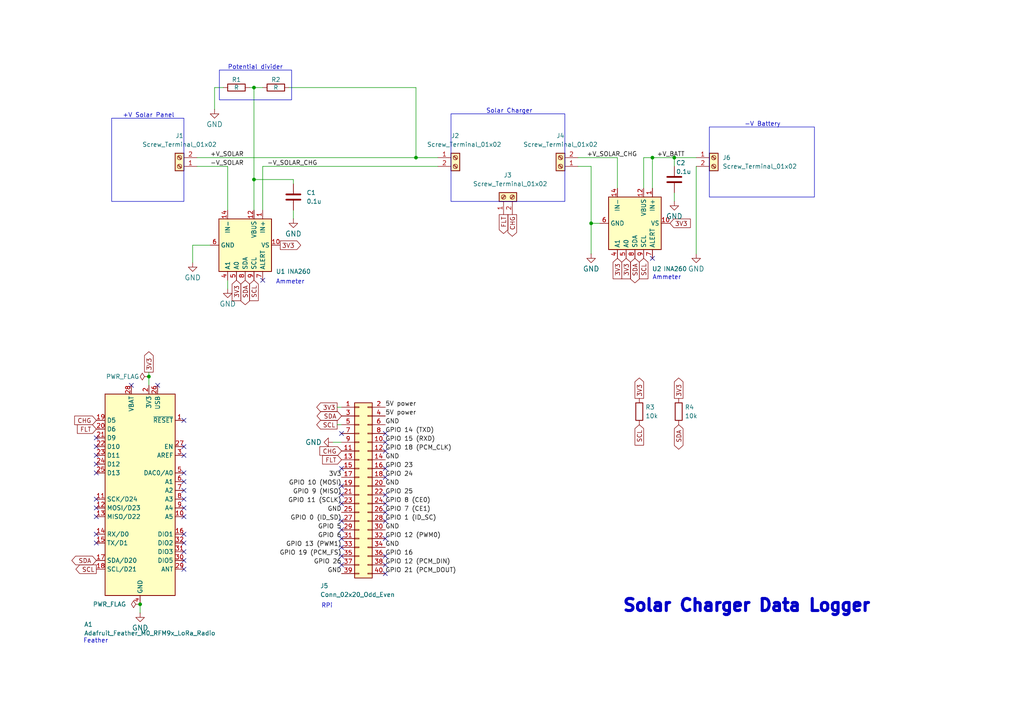
<source format=kicad_sch>
(kicad_sch (version 20231120) (generator "eeschema") (generator_version "8.0")
  (paper "A4")
  (lib_symbols
    (symbol "Connector:Screw_Terminal_01x02" (pin_names (offset 1.016) hide)
      (property "Reference" "J" (at 0 2.54 0))
      (property "Value" "Screw_Terminal_01x02" (at 0 -5.08 0))
      (symbol "Screw_Terminal_01x02_1_1"
        (rectangle (start -1.27 1.27) (end 1.27 -3.81) (stroke (width 0.254)) (fill (type background)))
        (circle (center 0 -2.54) (radius 0.635) (stroke (width 0.1524)))
        (polyline (pts (xy -0.5334 -2.2098) (xy 0.3302 -3.048)) (stroke (width 0.1524)))
        (polyline (pts (xy -0.5334 0.3302) (xy 0.3302 -0.508)) (stroke (width 0.1524)))
        (polyline (pts (xy -0.3556 -2.032) (xy 0.508 -2.8702)) (stroke (width 0.1524)))
        (polyline (pts (xy -0.3556 0.508) (xy 0.508 -0.3302)) (stroke (width 0.1524)))
        (circle (center 0 0) (radius 0.635) (stroke (width 0.1524)))
        (pin passive line (at -5.08 0 0) (length 3.81) (name "Pin_1") (number "1"))
        (pin passive line (at -5.08 -2.54 0) (length 3.81) (name "Pin_2") (number "2"))
      )
    )
    (symbol "Connector_Generic:Conn_02x20_Odd_Even" (pin_names (offset 1.016) hide)
      (property "Reference" "J" (at 1.27 25.4 0))
      (property "Value" "Conn_02x20_Odd_Even" (at 1.27 -27.94 0))
      (symbol "Conn_02x20_Odd_Even_1_1"
        (rectangle (start -1.27 -25.273) (end 0 -25.527) (stroke (width 0.1524)))
        (rectangle (start -1.27 -22.733) (end 0 -22.987) (stroke (width 0.1524)))
        (rectangle (start -1.27 -20.193) (end 0 -20.447) (stroke (width 0.1524)))
        (rectangle (start -1.27 -17.653) (end 0 -17.907) (stroke (width 0.1524)))
        (rectangle (start -1.27 -15.113) (end 0 -15.367) (stroke (width 0.1524)))
        (rectangle (start -1.27 -12.573) (end 0 -12.827) (stroke (width 0.1524)))
        (rectangle (start -1.27 -10.033) (end 0 -10.287) (stroke (width 0.1524)))
        (rectangle (start -1.27 -7.493) (end 0 -7.747) (stroke (width 0.1524)))
        (rectangle (start -1.27 -4.953) (end 0 -5.207) (stroke (width 0.1524)))
        (rectangle (start -1.27 -2.413) (end 0 -2.667) (stroke (width 0.1524)))
        (rectangle (start -1.27 0.127) (end 0 -0.127) (stroke (width 0.1524)))
        (rectangle (start -1.27 2.667) (end 0 2.413) (stroke (width 0.1524)))
        (rectangle (start -1.27 5.207) (end 0 4.953) (stroke (width 0.1524)))
        (rectangle (start -1.27 7.747) (end 0 7.493) (stroke (width 0.1524)))
        (rectangle (start -1.27 10.287) (end 0 10.033) (stroke (width 0.1524)))
        (rectangle (start -1.27 12.827) (end 0 12.573) (stroke (width 0.1524)))
        (rectangle (start -1.27 15.367) (end 0 15.113) (stroke (width 0.1524)))
        (rectangle (start -1.27 17.907) (end 0 17.653) (stroke (width 0.1524)))
        (rectangle (start -1.27 20.447) (end 0 20.193) (stroke (width 0.1524)))
        (rectangle (start -1.27 22.987) (end 0 22.733) (stroke (width 0.1524)))
        (rectangle (start -1.27 24.13) (end 3.81 -26.67) (stroke (width 0.254)) (fill (type background)))
        (rectangle (start 3.81 -25.273) (end 2.54 -25.527) (stroke (width 0.1524)))
        (rectangle (start 3.81 -22.733) (end 2.54 -22.987) (stroke (width 0.1524)))
        (rectangle (start 3.81 -20.193) (end 2.54 -20.447) (stroke (width 0.1524)))
        (rectangle (start 3.81 -17.653) (end 2.54 -17.907) (stroke (width 0.1524)))
        (rectangle (start 3.81 -15.113) (end 2.54 -15.367) (stroke (width 0.1524)))
        (rectangle (start 3.81 -12.573) (end 2.54 -12.827) (stroke (width 0.1524)))
        (rectangle (start 3.81 -10.033) (end 2.54 -10.287) (stroke (width 0.1524)))
        (rectangle (start 3.81 -7.493) (end 2.54 -7.747) (stroke (width 0.1524)))
        (rectangle (start 3.81 -4.953) (end 2.54 -5.207) (stroke (width 0.1524)))
        (rectangle (start 3.81 -2.413) (end 2.54 -2.667) (stroke (width 0.1524)))
        (rectangle (start 3.81 0.127) (end 2.54 -0.127) (stroke (width 0.1524)))
        (rectangle (start 3.81 2.667) (end 2.54 2.413) (stroke (width 0.1524)))
        (rectangle (start 3.81 5.207) (end 2.54 4.953) (stroke (width 0.1524)))
        (rectangle (start 3.81 7.747) (end 2.54 7.493) (stroke (width 0.1524)))
        (rectangle (start 3.81 10.287) (end 2.54 10.033) (stroke (width 0.1524)))
        (rectangle (start 3.81 12.827) (end 2.54 12.573) (stroke (width 0.1524)))
        (rectangle (start 3.81 15.367) (end 2.54 15.113) (stroke (width 0.1524)))
        (rectangle (start 3.81 17.907) (end 2.54 17.653) (stroke (width 0.1524)))
        (rectangle (start 3.81 20.447) (end 2.54 20.193) (stroke (width 0.1524)))
        (rectangle (start 3.81 22.987) (end 2.54 22.733) (stroke (width 0.1524)))
        (pin passive line (at -5.08 22.86 0) (length 3.81) (name "Pin_1") (number "1"))
        (pin passive line (at 7.62 12.7 180) (length 3.81) (name "Pin_10") (number "10"))
        (pin passive line (at -5.08 10.16 0) (length 3.81) (name "Pin_11") (number "11"))
        (pin passive line (at 7.62 10.16 180) (length 3.81) (name "Pin_12") (number "12"))
        (pin passive line (at -5.08 7.62 0) (length 3.81) (name "Pin_13") (number "13"))
        (pin passive line (at 7.62 7.62 180) (length 3.81) (name "Pin_14") (number "14"))
        (pin passive line (at -5.08 5.08 0) (length 3.81) (name "Pin_15") (number "15"))
        (pin passive line (at 7.62 5.08 180) (length 3.81) (name "Pin_16") (number "16"))
        (pin passive line (at -5.08 2.54 0) (length 3.81) (name "Pin_17") (number "17"))
        (pin passive line (at 7.62 2.54 180) (length 3.81) (name "Pin_18") (number "18"))
        (pin passive line (at -5.08 0 0) (length 3.81) (name "Pin_19") (number "19"))
        (pin passive line (at 7.62 22.86 180) (length 3.81) (name "Pin_2") (number "2"))
        (pin passive line (at 7.62 0 180) (length 3.81) (name "Pin_20") (number "20"))
        (pin passive line (at -5.08 -2.54 0) (length 3.81) (name "Pin_21") (number "21"))
        (pin passive line (at 7.62 -2.54 180) (length 3.81) (name "Pin_22") (number "22"))
        (pin passive line (at -5.08 -5.08 0) (length 3.81) (name "Pin_23") (number "23"))
        (pin passive line (at 7.62 -5.08 180) (length 3.81) (name "Pin_24") (number "24"))
        (pin passive line (at -5.08 -7.62 0) (length 3.81) (name "Pin_25") (number "25"))
        (pin passive line (at 7.62 -7.62 180) (length 3.81) (name "Pin_26") (number "26"))
        (pin passive line (at -5.08 -10.16 0) (length 3.81) (name "Pin_27") (number "27"))
        (pin passive line (at 7.62 -10.16 180) (length 3.81) (name "Pin_28") (number "28"))
        (pin passive line (at -5.08 -12.7 0) (length 3.81) (name "Pin_29") (number "29"))
        (pin passive line (at -5.08 20.32 0) (length 3.81) (name "Pin_3") (number "3"))
        (pin passive line (at 7.62 -12.7 180) (length 3.81) (name "Pin_30") (number "30"))
        (pin passive line (at -5.08 -15.24 0) (length 3.81) (name "Pin_31") (number "31"))
        (pin passive line (at 7.62 -15.24 180) (length 3.81) (name "Pin_32") (number "32"))
        (pin passive line (at -5.08 -17.78 0) (length 3.81) (name "Pin_33") (number "33"))
        (pin passive line (at 7.62 -17.78 180) (length 3.81) (name "Pin_34") (number "34"))
        (pin passive line (at -5.08 -20.32 0) (length 3.81) (name "Pin_35") (number "35"))
        (pin passive line (at 7.62 -20.32 180) (length 3.81) (name "Pin_36") (number "36"))
        (pin passive line (at -5.08 -22.86 0) (length 3.81) (name "Pin_37") (number "37"))
        (pin passive line (at 7.62 -22.86 180) (length 3.81) (name "Pin_38") (number "38"))
        (pin passive line (at -5.08 -25.4 0) (length 3.81) (name "Pin_39") (number "39"))
        (pin passive line (at 7.62 20.32 180) (length 3.81) (name "Pin_4") (number "4"))
        (pin passive line (at 7.62 -25.4 180) (length 3.81) (name "Pin_40") (number "40"))
        (pin passive line (at -5.08 17.78 0) (length 3.81) (name "Pin_5") (number "5"))
        (pin passive line (at 7.62 17.78 180) (length 3.81) (name "Pin_6") (number "6"))
        (pin passive line (at -5.08 15.24 0) (length 3.81) (name "Pin_7") (number "7"))
        (pin passive line (at 7.62 15.24 180) (length 3.81) (name "Pin_8") (number "8"))
        (pin passive line (at -5.08 12.7 0) (length 3.81) (name "Pin_9") (number "9"))
      )
    )
    (symbol "Device:C" (pin_numbers hide) (pin_names (offset 0.254))
      (property "Reference" "C" (at 0.635 2.54 0))
      (property "Value" "C" (at 0.635 -2.54 0))
      (symbol "C_0_1"
        (polyline (pts (xy -2.032 -0.762) (xy 2.032 -0.762)) (stroke (width 0.508)))
        (polyline (pts (xy -2.032 0.762) (xy 2.032 0.762)) (stroke (width 0.508)))
      )
      (symbol "C_1_1"
        (pin passive line (at 0 3.81 270) (length 2.794) (name "~") (number "1"))
        (pin passive line (at 0 -3.81 90) (length 2.794) (name "~") (number "2"))
      )
    )
    (symbol "Device:R" (pin_numbers hide) (pin_names (offset 0))
      (property "Reference" "R" (at 2.032 0 90))
      (property "Value" "R" (at 0 0 90))
      (symbol "R_0_1"
        (rectangle (start -1.016 -2.54) (end 1.016 2.54) (stroke (width 0.254)))
      )
      (symbol "R_1_1"
        (pin passive line (at 0 3.81 270) (length 1.27) (name "~") (number "1"))
        (pin passive line (at 0 -3.81 90) (length 1.27) (name "~") (number "2"))
      )
    )
    (symbol "MCU_Module:Adafruit_Feather_M0_RFM9x_LoRa_Radio"
      (property "Reference" "A" (at -10.16 29.21 0))
      (property "Value" "Adafruit_Feather_M0_RFM9x_LoRa_Radio" (at 2.54 -31.75 0))
      (symbol "Adafruit_Feather_M0_RFM9x_LoRa_Radio_0_1"
        (rectangle (start -10.16 27.94) (end 10.16 -30.48) (stroke (width 0.254)) (fill (type background)))
      )
      (symbol "Adafruit_Feather_M0_RFM9x_LoRa_Radio_1_1"
        (pin input line (at 12.7 20.32 180) (length 2.54) (name "~{RESET}") (number "1"))
        (pin bidirectional line (at 12.7 -7.62 180) (length 2.54) (name "A5") (number "10"))
        (pin bidirectional line (at -12.7 -2.54 0) (length 2.54) (name "SCK/D24") (number "11"))
        (pin bidirectional line (at -12.7 -5.08 0) (length 2.54) (name "MOSI/D23") (number "12"))
        (pin bidirectional line (at -12.7 -7.62 0) (length 2.54) (name "MISO/D22") (number "13"))
        (pin bidirectional line (at -12.7 -12.7 0) (length 2.54) (name "RX/D0") (number "14"))
        (pin bidirectional line (at -12.7 -15.24 0) (length 2.54) (name "TX/D1") (number "15"))
        (pin bidirectional line (at 12.7 -12.7 180) (length 2.54) (name "DIO1") (number "16"))
        (pin bidirectional line (at -12.7 -20.32 0) (length 2.54) (name "SDA/D20") (number "17"))
        (pin bidirectional line (at -12.7 -22.86 0) (length 2.54) (name "SCL/D21") (number "18"))
        (pin bidirectional line (at -12.7 20.32 0) (length 2.54) (name "D5") (number "19"))
        (pin power_in line (at 2.54 30.48 270) (length 2.54) (name "3V3") (number "2"))
        (pin bidirectional line (at -12.7 17.78 0) (length 2.54) (name "D6") (number "20"))
        (pin bidirectional line (at -12.7 15.24 0) (length 2.54) (name "D9") (number "21"))
        (pin bidirectional line (at -12.7 12.7 0) (length 2.54) (name "D10") (number "22"))
        (pin bidirectional line (at -12.7 10.16 0) (length 2.54) (name "D11") (number "23"))
        (pin bidirectional line (at -12.7 7.62 0) (length 2.54) (name "D12") (number "24"))
        (pin bidirectional line (at -12.7 5.08 0) (length 2.54) (name "D13") (number "25"))
        (pin power_in line (at 5.08 30.48 270) (length 2.54) (name "USB") (number "26"))
        (pin input line (at 12.7 12.7 180) (length 2.54) (name "EN") (number "27"))
        (pin power_in line (at -2.54 30.48 270) (length 2.54) (name "VBAT") (number "28"))
        (pin bidirectional line (at 12.7 -22.86 180) (length 2.54) (name "ANT") (number "29"))
        (pin input line (at 12.7 10.16 180) (length 2.54) (name "AREF") (number "3"))
        (pin bidirectional line (at 12.7 -20.32 180) (length 2.54) (name "DIO5") (number "30"))
        (pin bidirectional line (at 12.7 -17.78 180) (length 2.54) (name "DIO3") (number "31"))
        (pin bidirectional line (at 12.7 -15.24 180) (length 2.54) (name "DIO2") (number "32"))
        (pin power_in line (at 0 -33.02 90) (length 2.54) (name "GND") (number "4"))
        (pin bidirectional line (at 12.7 5.08 180) (length 2.54) (name "DAC0/A0") (number "5"))
        (pin bidirectional line (at 12.7 2.54 180) (length 2.54) (name "A1") (number "6"))
        (pin bidirectional line (at 12.7 0 180) (length 2.54) (name "A2") (number "7"))
        (pin bidirectional line (at 12.7 -2.54 180) (length 2.54) (name "A3") (number "8"))
        (pin bidirectional line (at 12.7 -5.08 180) (length 2.54) (name "A4") (number "9"))
      )
    )
    (symbol "Sensor:INA260"
      (property "Reference" "U" (at -6.35 8.89 0))
      (property "Value" "INA260" (at 2.54 8.89 0))
      (symbol "INA260_0_1"
        (rectangle (start -7.62 7.62) (end 7.62 -7.62) (stroke (width 0.254)) (fill (type background)))
      )
      (symbol "INA260_1_1"
        (pin passive line (at -10.16 5.08 0) (length 2.54) (name "IN+") (number "1"))
        (pin power_in line (at 0 10.16 270) (length 2.54) (name "VS") (number "10"))
        (pin passive line (at 0 -10.16 90) (length 2.54) hide (name "GND") (number "11"))
        (pin passive line (at -10.16 2.54 0) (length 2.54) (name "VBUS") (number "12"))
        (pin no_connect line (at 2.54 -7.62 90) (length 2.54) hide (name "NC") (number "13"))
        (pin passive line (at -10.16 -5.08 0) (length 2.54) (name "IN-") (number "14"))
        (pin passive line (at -10.16 -5.08 0) (length 2.54) hide (name "IN-") (number "15"))
        (pin passive line (at -10.16 -5.08 0) (length 2.54) hide (name "IN-") (number "16"))
        (pin passive line (at -10.16 5.08 0) (length 2.54) hide (name "IN+") (number "2"))
        (pin passive line (at -10.16 5.08 0) (length 2.54) hide (name "IN+") (number "3"))
        (pin input line (at 10.16 -5.08 180) (length 2.54) (name "A1") (number "4"))
        (pin input line (at 10.16 -2.54 180) (length 2.54) (name "A0") (number "5"))
        (pin power_in line (at 0 -10.16 90) (length 2.54) (name "GND") (number "6"))
        (pin open_collector line (at 10.16 5.08 180) (length 2.54) (name "ALERT") (number "7"))
        (pin bidirectional line (at 10.16 0 180) (length 2.54) (name "SDA") (number "8"))
        (pin input line (at 10.16 2.54 180) (length 2.54) (name "SCL") (number "9"))
      )
    )
    (symbol "power:GND" (power) (pin_numbers hide) (pin_names (offset 0) hide)
      (property "Value" "GND" (at 0 -3.81 0))
      (symbol "GND_0_1"
        (polyline (pts (xy 0 0) (xy 0 -1.27) (xy 1.27 -1.27) (xy 0 -2.54) (xy -1.27 -1.27) (xy 0 -1.27)))
      )
      (symbol "GND_1_1"
        (pin power_in line (at 0 0 270) (length 0) (name "~") (number "1"))
      )
    )
    (symbol "power:PWR_FLAG" (power) (pin_numbers hide) (pin_names (offset 0) hide)
      (property "Value" "PWR_FLAG" (at 0 3.81 0))
      (symbol "PWR_FLAG_0_0"
        (pin power_out line (at 0 0 90) (length 0) (name "~") (number "1"))
      )
      (symbol "PWR_FLAG_0_1"
        (polyline (pts (xy 0 0) (xy 0 1.27) (xy -1.016 1.905) (xy 0 2.54) (xy 1.016 1.905) (xy 0 1.27)))
      )
    )
  )
  (junction (at 189.23 45.72))
  (junction (at 171.45 64.77))
  (junction (at 73.66 52.07))
  (junction (at 43.18 109.22))
  (junction (at 120.65 45.72))
  (junction (at 195.58 45.72))
  (junction (at 73.66 25.4))
  (junction (at 40.64 175.26))
  (no_connect (at 99.06 143.51))
  (no_connect (at 53.34 149.86))
  (no_connect (at 27.94 157.48))
  (no_connect (at 53.34 154.94))
  (no_connect (at 76.2 81.28))
  (no_connect (at 111.76 148.59))
  (no_connect (at 53.34 157.48))
  (no_connect (at 111.76 128.27))
  (no_connect (at 53.34 144.78))
  (no_connect (at 111.76 151.13))
  (no_connect (at 27.94 137.16))
  (no_connect (at 189.23 74.93))
  (no_connect (at 111.76 125.73))
  (no_connect (at 111.76 138.43))
  (no_connect (at 111.76 135.89))
  (no_connect (at 99.06 140.97))
  (no_connect (at 27.94 154.94))
  (no_connect (at 99.06 163.83))
  (no_connect (at 27.94 127))
  (no_connect (at 45.72 111.76))
  (no_connect (at 27.94 129.54))
  (no_connect (at 53.34 162.56))
  (no_connect (at 111.76 146.05))
  (no_connect (at 53.34 142.24))
  (no_connect (at 53.34 137.16))
  (no_connect (at 99.06 146.05))
  (no_connect (at 27.94 149.86))
  (no_connect (at 99.06 153.67))
  (no_connect (at 99.06 156.21))
  (no_connect (at 53.34 121.92))
  (no_connect (at 99.06 125.73))
  (no_connect (at 111.76 166.37))
  (no_connect (at 99.06 161.29))
  (no_connect (at 99.06 135.89))
  (no_connect (at 111.76 163.83))
  (no_connect (at 27.94 144.78))
  (no_connect (at 111.76 156.21))
  (no_connect (at 53.34 129.54))
  (no_connect (at 53.34 147.32))
  (no_connect (at 53.34 160.02))
  (no_connect (at 38.1 111.76))
  (no_connect (at 111.76 130.81))
  (no_connect (at 27.94 147.32))
  (no_connect (at 99.06 158.75))
  (no_connect (at 53.34 139.7))
  (no_connect (at 27.94 134.62))
  (no_connect (at 111.76 143.51))
  (no_connect (at 53.34 132.08))
  (no_connect (at 53.34 165.1))
  (no_connect (at 27.94 132.08))
  (no_connect (at 99.06 151.13))
  (no_connect (at 111.76 161.29))
  (wire (pts (xy 167.64 48.26) (xy 171.45 48.26)))
  (wire (pts (xy 57.15 48.26) (xy 66.04 48.26)))
  (wire (pts (xy 57.15 45.72) (xy 120.65 45.72)))
  (wire (pts (xy 186.69 45.72) (xy 186.69 54.61)))
  (wire (pts (xy 96.52 128.27) (xy 99.06 128.27)))
  (wire (pts (xy 73.66 25.4) (xy 76.2 25.4)))
  (wire (pts (xy 43.18 109.22) (xy 43.18 111.76)))
  (wire (pts (xy 73.66 25.4) (xy 73.66 52.07)))
  (wire (pts (xy 76.2 48.26) (xy 127 48.26)))
  (wire (pts (xy 43.18 107.95) (xy 43.18 109.22)))
  (wire (pts (xy 195.58 55.88) (xy 195.58 58.42)))
  (wire (pts (xy 62.23 25.4) (xy 64.77 25.4)))
  (wire (pts (xy 76.2 48.26) (xy 76.2 60.96)))
  (wire (pts (xy 189.23 45.72) (xy 195.58 45.72)))
  (wire (pts (xy 83.82 25.4) (xy 120.65 25.4)))
  (wire (pts (xy 201.93 48.26) (xy 201.93 73.66)))
  (wire (pts (xy 120.65 25.4) (xy 120.65 45.72)))
  (wire (pts (xy 171.45 64.77) (xy 173.99 64.77)))
  (wire (pts (xy 85.09 52.07) (xy 73.66 52.07)))
  (wire (pts (xy 171.45 64.77) (xy 171.45 73.66)))
  (wire (pts (xy 73.66 52.07) (xy 73.66 60.96)))
  (wire (pts (xy 186.69 45.72) (xy 189.23 45.72)))
  (wire (pts (xy 97.79 123.19) (xy 99.06 123.19)))
  (wire (pts (xy 179.07 45.72) (xy 179.07 54.61)))
  (wire (pts (xy 189.23 45.72) (xy 189.23 54.61)))
  (wire (pts (xy 40.64 175.26) (xy 40.64 177.8)))
  (wire (pts (xy 167.64 45.72) (xy 179.07 45.72)))
  (wire (pts (xy 195.58 45.72) (xy 195.58 48.26)))
  (wire (pts (xy 120.65 45.72) (xy 127 45.72)))
  (wire (pts (xy 72.39 25.4) (xy 73.66 25.4)))
  (wire (pts (xy 85.09 53.34) (xy 85.09 52.07)))
  (wire (pts (xy 55.88 71.12) (xy 55.88 76.2)))
  (wire (pts (xy 85.09 60.96) (xy 85.09 63.5)))
  (wire (pts (xy 195.58 45.72) (xy 201.93 45.72)))
  (wire (pts (xy 66.04 81.28) (xy 66.04 83.82)))
  (wire (pts (xy 97.79 118.11) (xy 99.06 118.11)))
  (wire (pts (xy 60.96 71.12) (xy 55.88 71.12)))
  (wire (pts (xy 62.23 25.4) (xy 62.23 31.75)))
  (wire (pts (xy 66.04 48.26) (xy 66.04 60.96)))
  (wire (pts (xy 171.45 48.26) (xy 171.45 64.77)))
  (rectangle (start 63.627 20.32) (end 84.582 28.956))
  (rectangle (start 205.74 36.83) (end 236.22 57.15))
  (rectangle (start 32.385 34.29) (end 53.34 58.42))
  (rectangle (start 130.81 33.02) (end 163.83 58.42))
  (text "Ammeter" (at 189.23 81.28 0) (effects (font (size 1.27 1.27)) (justify left bottom)))
  (text "Potential divider\n" (at 66.04 20.32 0) (effects (font (size 1.27 1.27)) (justify left bottom)))
  (text "-V Battery" (at 215.9 36.83 0) (effects (font (size 1.27 1.27)) (justify left bottom)))
  (text "Feather\n" (at 24.13 186.69 0) (effects (font (size 1.27 1.27)) (justify left bottom)))
  (text "RPi\n" (at 96.52 176.53 0) (effects (font (size 1.27 1.27)) (justify right bottom)))
  (text "Ammeter\n" (at 80.01 82.55 0) (effects (font (size 1.27 1.27)) (justify left bottom)))
  (text "Solar Charger Data Logger" (at 180.34 177.8 0) (effects (font (size 3.5 3.5) (thickness 1) (bold yes)) (justify left bottom)))
  (text "Solar Charger" (at 140.97 33.02 0) (effects (font (size 1.27 1.27)) (justify left bottom)))
  (text "+V Solar Panel" (at 35.56 34.29 0) (effects (font (size 1.27 1.27)) (justify left bottom)))
  (label "GND" (at 99.06 148.59 180))
  (label "GND" (at 111.76 133.35 0))
  (label "+V_SOLAR_CHG" (at 170.18 45.72 0))
  (label "5V power" (at 111.76 118.11 0))
  (label "GPIO 24" (at 111.76 138.43 0))
  (label "GPIO 12 (PWM0)" (at 111.76 156.21 0))
  (label "GPIO 13 (PWM1)" (at 99.06 158.75 180))
  (label "GPIO 15 (RXD)" (at 111.76 128.27 0))
  (label "GPIO 26" (at 99.06 163.83 180))
  (label "GND" (at 111.76 140.97 0))
  (label "GPIO 5" (at 99.06 153.67 180))
  (label "+V_BATT" (at 190.5 45.72 0))
  (label "-V_SOLAR_CHG" (at 77.47 48.26 0))
  (label "-V_SOLAR" (at 60.96 48.26 0))
  (label "GPIO 9 (MISO)" (at 99.06 143.51 180))
  (label "GPIO 10 (MOSI)" (at 99.06 140.97 180))
  (label "GPIO 14 (TXD)" (at 111.76 125.73 0))
  (label "GPIO 7 (CE1)" (at 111.76 148.59 0))
  (label "GPIO 23" (at 111.76 135.89 0))
  (label "5V power" (at 111.76 120.65 0))
  (label "GND" (at 99.06 166.37 180))
  (label "GPIO 1 (ID_SC)" (at 111.76 151.13 0))
  (label "GPIO 12 (PCM_DIN)" (at 111.76 163.83 0))
  (label "GND" (at 111.76 153.67 0))
  (label "3V3" (at 99.06 138.43 180))
  (label "GPIO 21 (PCM_DOUT)" (at 111.76 166.37 0))
  (label "GPIO 19 (PCM_FS)" (at 99.06 161.29 180))
  (label "GPIO 8 (CE0)" (at 111.76 146.05 0))
  (label "GND" (at 111.76 158.75 0))
  (label "GPIO 11 (SCLK)" (at 99.06 146.05 180))
  (label "GPIO 25" (at 111.76 143.51 0))
  (label "GPIO 0 (ID_SD)" (at 99.06 151.13 180))
  (label "GND" (at 111.76 123.19 0))
  (label "GPIO 6" (at 99.06 156.21 180))
  (label "+V_SOLAR" (at 60.96 45.72 0))
  (label "GPIO 16" (at 111.76 161.29 0))
  (label "GPIO 18 (PCM_CLK)" (at 111.76 130.81 0))
  (global_label "SDA" (shape bidirectional) (at 196.85 123.19 270) (property "Intersheetrefs" "${INTERSHEET_REFS}" (effects (hide yes))))
  (global_label "FLT" (shape input) (at 99.06 133.35 180) (property "Intersheetrefs" "${INTERSHEET_REFS}" (effects (hide yes))))
  (global_label "SCL" (shape output) (at 27.94 165.1 180) (property "Intersheetrefs" "${INTERSHEET_REFS}" (effects (hide yes))))
  (global_label "3V3" (shape output) (at 97.79 118.11 180) (property "Intersheetrefs" "${INTERSHEET_REFS}" (effects (hide yes))))
  (global_label "3V3" (shape input) (at 194.31 64.77 0) (property "Intersheetrefs" "${INTERSHEET_REFS}" (effects (hide yes))))
  (global_label "CHG" (shape output) (at 148.59 62.23 270) (property "Intersheetrefs" "${INTERSHEET_REFS}" (effects (hide yes))))
  (global_label "SCL" (shape input) (at 186.69 74.93 270) (property "Intersheetrefs" "${INTERSHEET_REFS}" (effects (hide yes))))
  (global_label "3V3" (shape output) (at 185.42 115.57 90) (property "Intersheetrefs" "${INTERSHEET_REFS}" (effects (hide yes))))
  (global_label "SCL" (shape input) (at 73.66 81.28 270) (property "Intersheetrefs" "${INTERSHEET_REFS}" (effects (hide yes))))
  (global_label "CHG" (shape input) (at 27.94 121.92 180) (property "Intersheetrefs" "${INTERSHEET_REFS}" (effects (hide yes))))
  (global_label "SDA" (shape bidirectional) (at 27.94 162.56 180) (property "Intersheetrefs" "${INTERSHEET_REFS}" (effects (hide yes))))
  (global_label "FLT" (shape output) (at 146.05 62.23 270) (property "Intersheetrefs" "${INTERSHEET_REFS}" (effects (hide yes))))
  (global_label "CHG" (shape input) (at 99.06 130.81 180) (property "Intersheetrefs" "${INTERSHEET_REFS}" (effects (hide yes))))
  (global_label "SDA" (shape bidirectional) (at 184.15 74.93 270) (property "Intersheetrefs" "${INTERSHEET_REFS}" (effects (hide yes))))
  (global_label "3V3" (shape input) (at 181.61 74.93 270) (property "Intersheetrefs" "${INTERSHEET_REFS}" (effects (hide yes))))
  (global_label "3V3" (shape input) (at 68.58 81.28 270) (property "Intersheetrefs" "${INTERSHEET_REFS}" (effects (hide yes))))
  (global_label "FLT" (shape input) (at 27.94 124.46 180) (property "Intersheetrefs" "${INTERSHEET_REFS}" (effects (hide yes))))
  (global_label "SCL" (shape input) (at 185.42 123.19 270) (property "Intersheetrefs" "${INTERSHEET_REFS}" (effects (hide yes))))
  (global_label "3V3" (shape output) (at 43.18 107.95 90) (property "Intersheetrefs" "${INTERSHEET_REFS}" (effects (hide yes))))
  (global_label "SCL" (shape output) (at 97.79 123.19 180) (property "Intersheetrefs" "${INTERSHEET_REFS}" (effects (hide yes))))
  (global_label "3V3" (shape output) (at 81.28 71.12 0) (property "Intersheetrefs" "${INTERSHEET_REFS}" (effects (hide yes))))
  (global_label "3V3" (shape input) (at 179.07 74.93 270) (property "Intersheetrefs" "${INTERSHEET_REFS}" (effects (hide yes))))
  (global_label "SDA" (shape bidirectional) (at 71.12 81.28 270) (property "Intersheetrefs" "${INTERSHEET_REFS}" (effects (hide yes))))
  (global_label "SDA" (shape bidirectional) (at 99.06 120.65 180) (property "Intersheetrefs" "${INTERSHEET_REFS}" (effects (hide yes))))
  (global_label "3V3" (shape output) (at 196.85 115.57 90) (property "Intersheetrefs" "${INTERSHEET_REFS}" (effects (hide yes))))
  (symbol (lib_id "MCU_Module:Adafruit_Feather_M0_RFM9x_LoRa_Radio") (at 40.64 142.24 0) (unit 1)
    (property "Reference" "A1" (at 24.384 181.102 0) (effects (justify left)))
    (property "Value" "Adafruit_Feather_M0_RFM9x_LoRa_Radio" (at 24.384 183.642 0) (effects (justify left)))
    (property "Footprint" "Module:Adafruit_Feather_M0_RFM" (effects (hide yes)))
    (property "Datasheet" "https://cdn-learn.adafruit.com/downloads/pdf/adafruit-feather-m0-radio-with-lora-radio-module.pdf" (effects (hide yes)))
    (property "Description" "Microcontroller module with SAMD21 Cortex-M0 MCU and RFM9x Radio" (effects (hide yes)))
  )
  (symbol (lib_id "Connector_Generic:Conn_02x20_Odd_Even") (at 104.14 140.97 0) (unit 1)
    (property "Reference" "J5" (at 95.25 169.926 0) (effects (justify right)))
    (property "Value" "Conn_02x20_Odd_Even" (at 114.554 172.466 0) (effects (justify right)))
    (property "Footprint" "Connector_PinSocket_2.54mm:PinSocket_2x20_P2.54mm_Vertical" (effects (hide yes)))
    (property "Description" "Generic connector, double row, 02x20, odd/even pin numbering scheme (row 1 odd numbers, row 2 even numbers), script generated (kicad-library-utils/schlib/autogen/connector/)" (effects (hide yes)))
  )
  (symbol (lib_id "power:GND") (at 195.58 58.42 0) (unit 1)
    (property "Reference" "#GND07" (effects (hide yes)))
    (property "Value" "GND" (at 195.58 62.7369 0) (effects (font (size 1.4986 1.4986))))
    (property "Description" "Power symbol creates a global label with name \"GND\" , ground" (effects (hide yes)))
  )
  (symbol (lib_id "Connector:Screw_Terminal_01x02") (at 132.08 45.72 0) (unit 1)
    (property "Reference" "J2" (at 130.81 39.37 0) (effects (justify left)))
    (property "Value" "Screw_Terminal_01x02" (at 123.825 41.91 0) (effects (justify left)))
    (property "Footprint" "ssi_connector:1985807" (effects (hide yes)))
    (property "Description" "Generic screw terminal, single row, 01x02, script generated (kicad-library-utils/schlib/autogen/connector/)" (effects (hide yes)))
  )
  (symbol (lib_id "power:GND") (at 55.88 76.2 0) (unit 1)
    (property "Reference" "#GND04" (effects (hide yes)))
    (property "Value" "GND" (at 55.88 80.5169 0) (effects (font (size 1.4986 1.4986))))
    (property "Description" "Power symbol creates a global label with name \"GND\" , ground" (effects (hide yes)))
  )
  (symbol (lib_id "Sensor:INA260") (at 71.12 71.12 270) (unit 1)
    (property "Reference" "U1" (at 80.01 78.74 90) (effects (justify left)))
    (property "Value" "INA260" (at 83.312 78.74 90) (effects (justify left)))
    (property "Footprint" "Package_SO:TSSOP-16_4.4x5mm_P0.65mm" (effects (hide yes)))
    (property "Datasheet" "http://www.ti.com/lit/ds/symlink/ina260.pdf" (effects (hide yes)))
    (property "Description" "Current/power/voltage monitor with Integrated 2mΩ Shunt Resistor, 2.7V - 5.5V, I2C, TSSOP-16" (effects (hide yes)))
  )
  (symbol (lib_id "power:GND") (at 40.64 177.8 0) (unit 1)
    (property "Reference" "#GND08" (effects (hide yes)))
    (property "Value" "GND" (at 40.64 182.1169 0) (effects (font (size 1.4986 1.4986))))
    (property "Description" "Power symbol creates a global label with name \"GND\" , ground" (effects (hide yes)))
  )
  (symbol (lib_id "Device:C") (at 85.09 57.15 0) (unit 1)
    (property "Reference" "C1" (at 88.9 55.88 0) (effects (justify left)))
    (property "Value" "0.1u" (at 88.9 58.42 0) (effects (justify left)))
    (property "Footprint" "Capacitor_SMD:C_0603_1608Metric" (effects (hide yes)))
    (property "Description" "Unpolarized capacitor" (effects (hide yes)))
  )
  (symbol (lib_id "power:GND") (at 171.45 73.66 0) (unit 1)
    (property "Reference" "#GND01" (effects (hide yes)))
    (property "Value" "GND" (at 171.45 77.9769 0) (effects (font (size 1.4986 1.4986))))
    (property "Description" "Power symbol creates a global label with name \"GND\" , ground" (effects (hide yes)))
  )
  (symbol (lib_id "power:GND") (at 201.93 73.66 0) (unit 1)
    (property "Reference" "#GND03" (effects (hide yes)))
    (property "Value" "GND" (at 201.93 77.9769 0) (effects (font (size 1.4986 1.4986))))
    (property "Description" "Power symbol creates a global label with name \"GND\" , ground" (effects (hide yes)))
  )
  (symbol (lib_id "power:GND") (at 85.09 63.5 0) (unit 1)
    (property "Reference" "#GND05" (effects (hide yes)))
    (property "Value" "GND" (at 85.09 67.8169 0) (effects (font (size 1.4986 1.4986))))
    (property "Description" "Power symbol creates a global label with name \"GND\" , ground" (effects (hide yes)))
  )
  (symbol (lib_id "power:GND") (at 96.52 128.27 270) (unit 1)
    (property "Reference" "#GND09" (effects (hide yes)))
    (property "Value" "GND" (at 93.3451 128.27 90) (effects (font (size 1.4986 1.4986)) (justify right)))
    (property "Description" "Power symbol creates a global label with name \"GND\" , ground" (effects (hide yes)))
  )
  (symbol (lib_id "Device:C") (at 195.58 52.07 0) (unit 1)
    (property "Reference" "C2" (at 196.088 47.244 0) (effects (justify left)))
    (property "Value" "0.1u" (at 196.088 49.784 0) (effects (justify left)))
    (property "Footprint" "Capacitor_SMD:C_0603_1608Metric" (effects (hide yes)))
    (property "Description" "Unpolarized capacitor" (effects (hide yes)))
  )
  (symbol (lib_id "Device:R") (at 80.01 25.4 270) (unit 1)
    (property "Reference" "R2" (at 80.01 23.114 90))
    (property "Value" "R" (at 80.01 25.4 90))
    (property "Footprint" "Resistor_SMD:R_0603_1608Metric" (effects (hide yes)))
    (property "Description" "Resistor" (effects (hide yes)))
  )
  (symbol (lib_id "power:PWR_FLAG") (at 43.18 109.22 90) (unit 1)
    (property "Reference" "#FLG01" (effects (hide yes)))
    (property "Value" "PWR_FLAG" (at 35.56 109.22 90))
    (property "Description" "Special symbol for telling ERC where power comes from" (effects (hide yes)))
  )
  (symbol (lib_id "Connector:Screw_Terminal_01x02") (at 52.07 48.26 180) (unit 1)
    (property "Reference" "J1" (at 52.07 39.37 0))
    (property "Value" "Screw_Terminal_01x02" (at 52.07 41.91 0))
    (property "Footprint" "ssi_connector:1985807" (effects (hide yes)))
    (property "Description" "Generic screw terminal, single row, 01x02, script generated (kicad-library-utils/schlib/autogen/connector/)" (effects (hide yes)))
  )
  (symbol (lib_id "power:GND") (at 62.23 31.75 0) (unit 1)
    (property "Reference" "#GND02" (effects (hide yes)))
    (property "Value" "GND" (at 62.23 36.0669 0) (effects (font (size 1.4986 1.4986))))
    (property "Description" "Power symbol creates a global label with name \"GND\" , ground" (effects (hide yes)))
  )
  (symbol (lib_id "Device:R") (at 196.85 119.38 0) (unit 1)
    (property "Reference" "R4" (at 198.628 118.11 0) (effects (justify left)))
    (property "Value" "10k" (at 198.628 120.65 0) (effects (justify left)))
    (property "Footprint" "Resistor_SMD:R_0603_1608Metric" (effects (hide yes)))
    (property "Description" "Resistor" (effects (hide yes)))
  )
  (symbol (lib_id "Connector:Screw_Terminal_01x02") (at 207.01 45.72 0) (unit 1)
    (property "Reference" "J6" (at 209.55 45.72 0) (effects (justify left)))
    (property "Value" "Screw_Terminal_01x02" (at 209.55 48.26 0) (effects (justify left)))
    (property "Footprint" "ssi_connector:1985807" (effects (hide yes)))
    (property "Description" "Generic screw terminal, single row, 01x02, script generated (kicad-library-utils/schlib/autogen/connector/)" (effects (hide yes)))
  )
  (symbol (lib_id "Connector:Screw_Terminal_01x02") (at 162.56 48.26 180) (unit 1)
    (property "Reference" "J4" (at 162.56 39.37 0))
    (property "Value" "Screw_Terminal_01x02" (at 162.56 41.91 0))
    (property "Footprint" "ssi_connector:1985807" (effects (hide yes)))
    (property "Description" "Generic screw terminal, single row, 01x02, script generated (kicad-library-utils/schlib/autogen/connector/)" (effects (hide yes)))
  )
  (symbol (lib_id "Device:R") (at 185.42 119.38 0) (unit 1)
    (property "Reference" "R3" (at 187.198 118.11 0) (effects (justify left)))
    (property "Value" "10k" (at 187.198 120.65 0) (effects (justify left)))
    (property "Footprint" "Resistor_SMD:R_0603_1608Metric" (effects (hide yes)))
    (property "Description" "Resistor" (effects (hide yes)))
  )
  (symbol (lib_id "Device:R") (at 68.58 25.4 270) (unit 1)
    (property "Reference" "R1" (at 68.58 23.114 90))
    (property "Value" "R" (at 68.58 25.4 90))
    (property "Footprint" "Resistor_SMD:R_0603_1608Metric" (effects (hide yes)))
    (property "Description" "Resistor" (effects (hide yes)))
  )
  (symbol (lib_id "power:GND") (at 66.04 83.82 0) (unit 1)
    (property "Reference" "#GND06" (effects (hide yes)))
    (property "Value" "GND" (at 66.04 88.1369 0) (effects (font (size 1.4986 1.4986))))
    (property "Description" "Power symbol creates a global label with name \"GND\" , ground" (effects (hide yes)))
  )
  (symbol (lib_id "Connector:Screw_Terminal_01x02") (at 146.05 57.15 90) (unit 1)
    (property "Reference" "J3" (at 146.05 50.8 90) (effects (justify right)))
    (property "Value" "Screw_Terminal_01x02" (at 137.16 53.34 90) (effects (justify right)))
    (property "Footprint" "ssi_connector:1985807" (effects (hide yes)))
    (property "Description" "Generic screw terminal, single row, 01x02, script generated (kicad-library-utils/schlib/autogen/connector/)" (effects (hide yes)))
  )
  (symbol (lib_id "Sensor:INA260") (at 184.15 64.77 270) (unit 1)
    (property "Reference" "U2" (at 190.5 77.978 90))
    (property "Value" "INA260" (at 195.834 77.978 90))
    (property "Footprint" "Package_SO:TSSOP-16_4.4x5mm_P0.65mm" (effects (hide yes)))
    (property "Datasheet" "http://www.ti.com/lit/ds/symlink/ina260.pdf" (effects (hide yes)))
    (property "Description" "Current/power/voltage monitor with Integrated 2mΩ Shunt Resistor, 2.7V - 5.5V, I2C, TSSOP-16" (effects (hide yes)))
  )
  (symbol (lib_id "power:PWR_FLAG") (at 40.64 175.26 90) (unit 1)
    (property "Reference" "#FLG02" (effects (hide yes)))
    (property "Value" "PWR_FLAG" (at 36.576 175.26 90) (effects (justify left)))
    (property "Description" "Special symbol for telling ERC where power comes from" (effects (hide yes)))
  )
)
</source>
